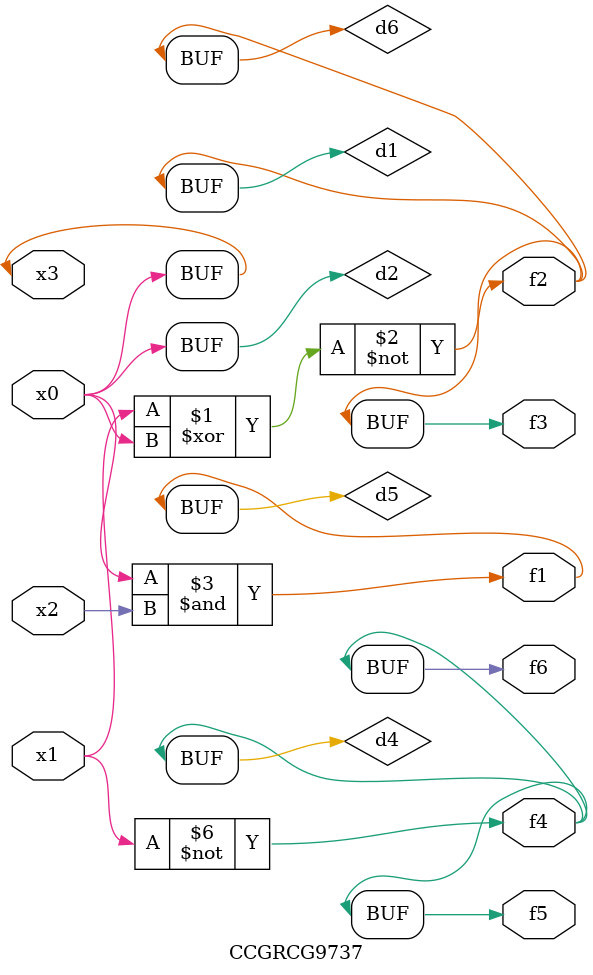
<source format=v>
module CCGRCG9737(
	input x0, x1, x2, x3,
	output f1, f2, f3, f4, f5, f6
);

	wire d1, d2, d3, d4, d5, d6;

	xnor (d1, x1, x3);
	buf (d2, x0, x3);
	nand (d3, x0, x2);
	not (d4, x1);
	nand (d5, d3);
	or (d6, d1);
	assign f1 = d5;
	assign f2 = d6;
	assign f3 = d6;
	assign f4 = d4;
	assign f5 = d4;
	assign f6 = d4;
endmodule

</source>
